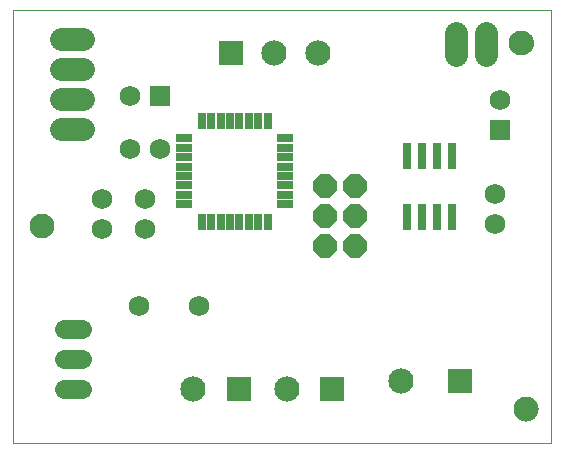
<source format=gts>
G75*
G70*
%OFA0B0*%
%FSLAX24Y24*%
%IPPOS*%
%LPD*%
%AMOC8*
5,1,8,0,0,1.08239X$1,22.5*
%
%ADD10C,0.0000*%
%ADD11C,0.0827*%
%ADD12R,0.0540X0.0260*%
%ADD13R,0.0260X0.0540*%
%ADD14C,0.0690*%
%ADD15R,0.0690X0.0690*%
%ADD16R,0.0276X0.0906*%
%ADD17R,0.0840X0.0840*%
%ADD18C,0.0840*%
%ADD19OC8,0.0780*%
%ADD20C,0.0640*%
%ADD21C,0.0780*%
D10*
X000235Y000146D02*
X000235Y014580D01*
X018168Y014580D01*
X018168Y000146D01*
X000235Y000146D01*
X000776Y007396D02*
X000778Y007435D01*
X000784Y007474D01*
X000794Y007512D01*
X000807Y007549D01*
X000824Y007584D01*
X000844Y007618D01*
X000868Y007649D01*
X000895Y007678D01*
X000924Y007704D01*
X000956Y007727D01*
X000990Y007747D01*
X001026Y007763D01*
X001063Y007775D01*
X001102Y007784D01*
X001141Y007789D01*
X001180Y007790D01*
X001219Y007787D01*
X001258Y007780D01*
X001295Y007769D01*
X001332Y007755D01*
X001367Y007737D01*
X001400Y007716D01*
X001431Y007691D01*
X001459Y007664D01*
X001484Y007634D01*
X001506Y007601D01*
X001525Y007567D01*
X001540Y007531D01*
X001552Y007493D01*
X001560Y007455D01*
X001564Y007416D01*
X001564Y007376D01*
X001560Y007337D01*
X001552Y007299D01*
X001540Y007261D01*
X001525Y007225D01*
X001506Y007191D01*
X001484Y007158D01*
X001459Y007128D01*
X001431Y007101D01*
X001400Y007076D01*
X001367Y007055D01*
X001332Y007037D01*
X001295Y007023D01*
X001258Y007012D01*
X001219Y007005D01*
X001180Y007002D01*
X001141Y007003D01*
X001102Y007008D01*
X001063Y007017D01*
X001026Y007029D01*
X000990Y007045D01*
X000956Y007065D01*
X000924Y007088D01*
X000895Y007114D01*
X000868Y007143D01*
X000844Y007174D01*
X000824Y007208D01*
X000807Y007243D01*
X000794Y007280D01*
X000784Y007318D01*
X000778Y007357D01*
X000776Y007396D01*
X016770Y013498D02*
X016772Y013537D01*
X016778Y013576D01*
X016788Y013614D01*
X016801Y013651D01*
X016818Y013686D01*
X016838Y013720D01*
X016862Y013751D01*
X016889Y013780D01*
X016918Y013806D01*
X016950Y013829D01*
X016984Y013849D01*
X017020Y013865D01*
X017057Y013877D01*
X017096Y013886D01*
X017135Y013891D01*
X017174Y013892D01*
X017213Y013889D01*
X017252Y013882D01*
X017289Y013871D01*
X017326Y013857D01*
X017361Y013839D01*
X017394Y013818D01*
X017425Y013793D01*
X017453Y013766D01*
X017478Y013736D01*
X017500Y013703D01*
X017519Y013669D01*
X017534Y013633D01*
X017546Y013595D01*
X017554Y013557D01*
X017558Y013518D01*
X017558Y013478D01*
X017554Y013439D01*
X017546Y013401D01*
X017534Y013363D01*
X017519Y013327D01*
X017500Y013293D01*
X017478Y013260D01*
X017453Y013230D01*
X017425Y013203D01*
X017394Y013178D01*
X017361Y013157D01*
X017326Y013139D01*
X017289Y013125D01*
X017252Y013114D01*
X017213Y013107D01*
X017174Y013104D01*
X017135Y013105D01*
X017096Y013110D01*
X017057Y013119D01*
X017020Y013131D01*
X016984Y013147D01*
X016950Y013167D01*
X016918Y013190D01*
X016889Y013216D01*
X016862Y013245D01*
X016838Y013276D01*
X016818Y013310D01*
X016801Y013345D01*
X016788Y013382D01*
X016778Y013420D01*
X016772Y013459D01*
X016770Y013498D01*
X016917Y001294D02*
X016919Y001333D01*
X016925Y001372D01*
X016935Y001410D01*
X016948Y001447D01*
X016965Y001482D01*
X016985Y001516D01*
X017009Y001547D01*
X017036Y001576D01*
X017065Y001602D01*
X017097Y001625D01*
X017131Y001645D01*
X017167Y001661D01*
X017204Y001673D01*
X017243Y001682D01*
X017282Y001687D01*
X017321Y001688D01*
X017360Y001685D01*
X017399Y001678D01*
X017436Y001667D01*
X017473Y001653D01*
X017508Y001635D01*
X017541Y001614D01*
X017572Y001589D01*
X017600Y001562D01*
X017625Y001532D01*
X017647Y001499D01*
X017666Y001465D01*
X017681Y001429D01*
X017693Y001391D01*
X017701Y001353D01*
X017705Y001314D01*
X017705Y001274D01*
X017701Y001235D01*
X017693Y001197D01*
X017681Y001159D01*
X017666Y001123D01*
X017647Y001089D01*
X017625Y001056D01*
X017600Y001026D01*
X017572Y000999D01*
X017541Y000974D01*
X017508Y000953D01*
X017473Y000935D01*
X017436Y000921D01*
X017399Y000910D01*
X017360Y000903D01*
X017321Y000900D01*
X017282Y000901D01*
X017243Y000906D01*
X017204Y000915D01*
X017167Y000927D01*
X017131Y000943D01*
X017097Y000963D01*
X017065Y000986D01*
X017036Y001012D01*
X017009Y001041D01*
X016985Y001072D01*
X016965Y001106D01*
X016948Y001141D01*
X016935Y001178D01*
X016925Y001216D01*
X016919Y001255D01*
X016917Y001294D01*
D11*
X017311Y001294D03*
X017164Y013498D03*
X001170Y007396D03*
D12*
X005920Y008107D03*
X005920Y008422D03*
X005920Y008736D03*
X005920Y009051D03*
X005920Y009366D03*
X005920Y009681D03*
X005920Y009996D03*
X005920Y010311D03*
X009300Y010311D03*
X009300Y009996D03*
X009300Y009681D03*
X009300Y009366D03*
X009300Y009051D03*
X009300Y008736D03*
X009300Y008422D03*
X009300Y008107D03*
D13*
X008713Y007519D03*
X008398Y007519D03*
X008083Y007519D03*
X007768Y007519D03*
X007453Y007519D03*
X007138Y007519D03*
X006823Y007519D03*
X006508Y007519D03*
X006508Y010899D03*
X006823Y010899D03*
X007138Y010899D03*
X007453Y010899D03*
X007768Y010899D03*
X008083Y010899D03*
X008398Y010899D03*
X008713Y010899D03*
D14*
X005110Y009959D03*
X004110Y009959D03*
X004610Y008271D03*
X004610Y007271D03*
X003173Y007271D03*
X003173Y008271D03*
X004110Y011709D03*
X004423Y004709D03*
X006423Y004709D03*
X016281Y007459D03*
X016281Y008459D03*
X016443Y011598D03*
D15*
X016443Y010598D03*
X005110Y011709D03*
D16*
X013360Y009733D03*
X013860Y009733D03*
X014360Y009733D03*
X014860Y009733D03*
X014860Y007685D03*
X014360Y007685D03*
X013860Y007685D03*
X013360Y007685D03*
D17*
X007478Y013146D03*
X015110Y002209D03*
X010868Y001959D03*
X007743Y001959D03*
D18*
X009350Y001959D03*
X006225Y001959D03*
X013142Y002209D03*
X010374Y013146D03*
X008926Y013146D03*
D19*
X010610Y008709D03*
X010610Y007709D03*
X011610Y007709D03*
X011610Y008709D03*
X011610Y006709D03*
X010610Y006709D03*
D20*
X002535Y003959D02*
X001935Y003959D01*
X001935Y002959D02*
X002535Y002959D01*
X002535Y001959D02*
X001935Y001959D01*
D21*
X001816Y010633D02*
X002556Y010633D01*
X002556Y011633D02*
X001816Y011633D01*
X001816Y012633D02*
X002556Y012633D01*
X002556Y013633D02*
X001816Y013633D01*
X014983Y013819D02*
X014983Y013079D01*
X015983Y013079D02*
X015983Y013819D01*
M02*

</source>
